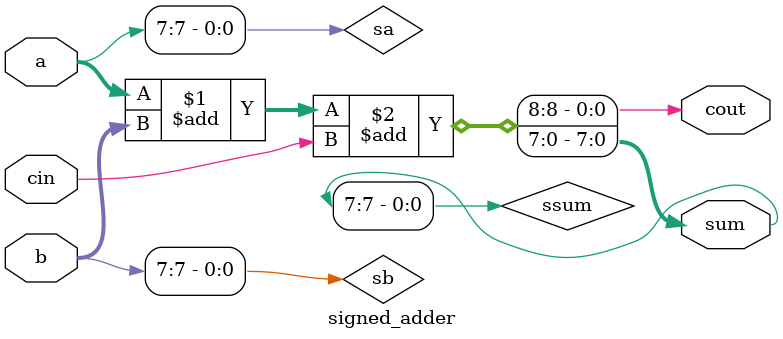
<source format=v>
module signed_adder # ( parameter SIZE=8 ) (sum,cout,a,b,cin);
/*! This is a sign_adder with an overflow output.
* The overflow is the  fifth bit of the sum and is equivalent to the carry out.  
* (Carry out and overflow are not equivalent for signed adders.)  
* In the examples in this section the addition operator is used, in the
* following sections of this set adders will be constructed from
* primitive gates. http://www.ece.lsu.edu/ee3755/2012f/l05.v.html
*/
   input [SIZE-1:0] a, b;
   output [SIZE-1:0] sum;
   //output       overflow;
   
   input cin;
   output cout;

   //assign sum = a + b;
   assign {cout,sum} = a + b + cin;

   wire   sa = a[SIZE-1];
   wire   sb = b[SIZE-1];
   wire   ssum = sum[SIZE-1];

   //assign overflow = sa != sb   ? 0 :
     //                sb == ssum ? 0 : 1;

endmodule

</source>
